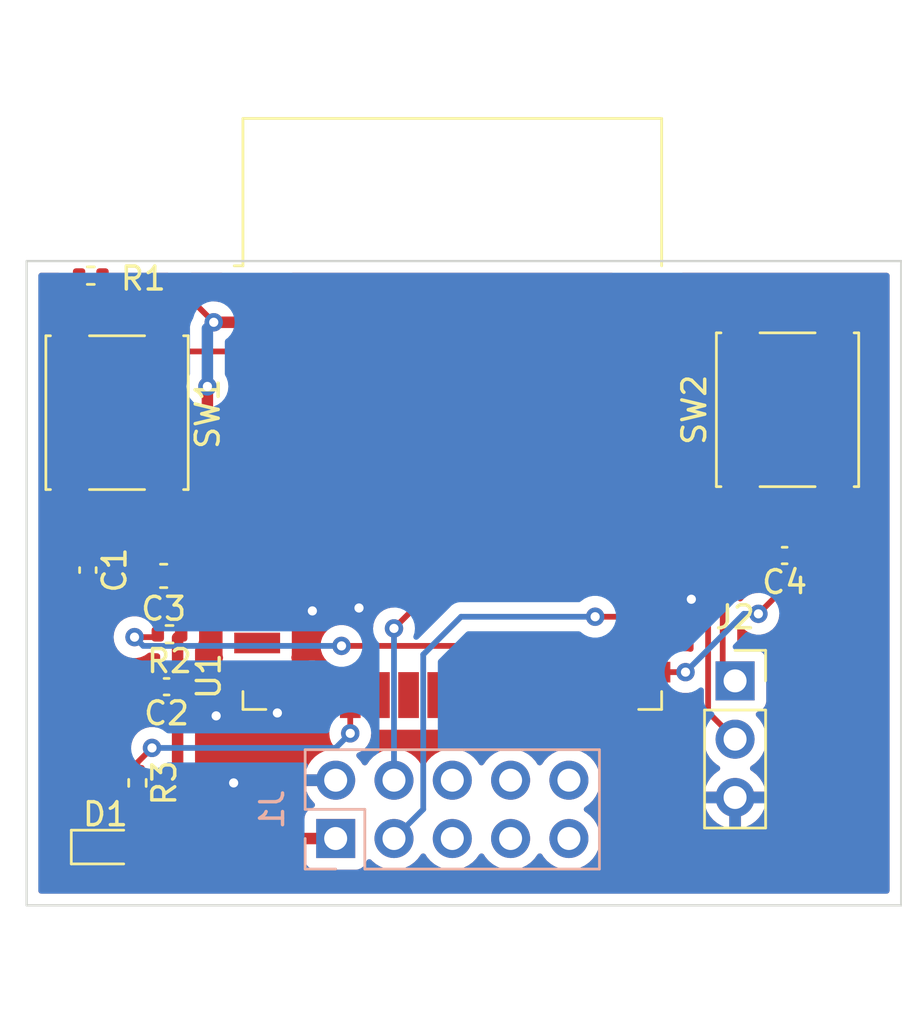
<source format=kicad_pcb>
(kicad_pcb (version 20211014) (generator pcbnew)
  (layers (0 "F.Cu" signal) (31 "B.Cu" signal) (34 "B.Paste" user) (35 "F.Paste" user) (36 "B.SilkS" user "B.Silkscreen") (37 "F.SilkS" user "F.Silkscreen") (38 "B.Mask" user) (39 "F.Mask" user) (44 "Edge.Cuts" user))
  (net 0 "")
  (net 1 "Net-(C1-Pad1)")
  (net 2 "GND")
  (net 3 "+3V3")
  (net 4 "Net-(C4-Pad1)")
  (net 5 "Net-(J1-Pad3)")
  (net 6 "Net-(J1-Pad4)")
  (net 13 "/ESP_TX")
  (net 14 "/ESP_RX")
  (net 42 "Net-(D1-Pad2)")
  (net 43 "Net-(U1-Pad16)")
  (footprint "Capacitor_SMD:C_0402_1005Metric" (layer "F.Cu") (at 126.492 118.11 180)
    (fp_text reference "C2" (at 0 -1.16) (layer "F.SilkS"))
    (fp_text value ".1u")
    (fp_line (start -0.107836 0.36) (end 0.107836 0.36) (layer "F.SilkS") (width 0.12))
    (fp_line (start -0.107836 -0.36) (end 0.107836 -0.36) (layer "F.SilkS") (width 0.12))
    (pad "1" smd roundrect (at -0.48 0 180) (size 0.56 0.62) (layers "F.Cu" "F.Paste" "F.Mask") (net 3 "+3V3"))
    (pad "2" smd roundrect (at 0.48 0 180) (size 0.56 0.62) (layers "F.Cu" "F.Paste" "F.Mask") (net 2 "GND"))
  )
  (footprint "Connector_PinSocket_2.54mm:PinSocket_1x03_P2.54mm_Vertical" (layer "F.Cu") (at 151.257 117.856)
    (fp_text reference "J2" (at 0 -2.77) (layer "F.SilkS"))
    (fp_text value "Conn_01x03_Male")
    (fp_line (start -1.33 1.27) (end 1.33 1.27) (layer "F.SilkS") (width 0.12))
    (fp_line (start -1.33 6.41) (end 1.33 6.41) (layer "F.SilkS") (width 0.12))
    (fp_line (start -1.33 1.27) (end -1.33 6.41) (layer "F.SilkS") (width 0.12))
    (fp_line (start 1.33 -1.33) (end 1.33 0) (layer "F.SilkS") (width 0.12))
    (fp_line (start 1.33 1.27) (end 1.33 6.41) (layer "F.SilkS") (width 0.12))
    (fp_line (start 0 -1.33) (end 1.33 -1.33) (layer "F.SilkS") (width 0.12))
    (pad "1" thru_hole rect (at 0 0) (size 1.7 1.7) (drill 1) (layers *.Cu *.Mask) (net 13 "/ESP_TX"))
    (pad "2" thru_hole oval (at 0 2.54) (size 1.7 1.7) (drill 1) (layers *.Cu *.Mask) (net 14 "/ESP_RX"))
    (pad "3" thru_hole oval (at 0 5.08) (size 1.7 1.7) (drill 1) (layers *.Cu *.Mask) (net 2 "GND"))
  )
  (footprint "Button_Switch_SMD:SW_SPST_EVQQ2" (layer "F.Cu") (at 124.333 106.172 -90)
    (fp_text reference "SW1" (at 0.05 -3.95 90) (layer "F.SilkS"))
    (fp_text value "RESET")
    (fp_line (start 3.35 -1.2) (end 3.35 1.2) (layer "F.SilkS") (width 0.12))
    (fp_line (start -3.35 3.1) (end 3.35 3.1) (layer "F.SilkS") (width 0.12))
    (fp_line (start 3.35 3.1) (end 3.35 2.9) (layer "F.SilkS") (width 0.12))
    (fp_line (start -3.35 -3.1) (end -3.35 -2.9) (layer "F.SilkS") (width 0.12))
    (fp_line (start -3.35 3.1) (end -3.35 2.9) (layer "F.SilkS") (width 0.12))
    (fp_line (start 3.35 -3.1) (end 3.35 -2.9) (layer "F.SilkS") (width 0.12))
    (fp_line (start 3.35 -3.1) (end -3.35 -3.1) (layer "F.SilkS") (width 0.12))
    (fp_line (start -3.35 -1.2) (end -3.35 1.2) (layer "F.SilkS") (width 0.12))
    (pad "1" smd rect (at 3.4 -2 270) (size 3.2 1) (layers "F.Cu" "F.Paste" "F.Mask") (net 1 "Net-(C1-Pad1)"))
    (pad "1" smd rect (at -3.4 -2 270) (size 3.2 1) (layers "F.Cu" "F.Paste" "F.Mask") (net 1 "Net-(C1-Pad1)"))
    (pad "2" smd rect (at -3.4 2 270) (size 3.2 1) (layers "F.Cu" "F.Paste" "F.Mask") (net 2 "GND"))
    (pad "2" smd rect (at 3.4 2 270) (size 3.2 1) (layers "F.Cu" "F.Paste" "F.Mask") (net 2 "GND"))
  )
  (footprint "Capacitor_SMD:C_0402_1005Metric" (layer "F.Cu") (at 153.416 112.395 180)
    (fp_text reference "C4" (at 0 -1.16) (layer "F.SilkS"))
    (fp_text value ".1u")
    (fp_line (start -0.107836 0.36) (end 0.107836 0.36) (layer "F.SilkS") (width 0.12))
    (fp_line (start -0.107836 -0.36) (end 0.107836 -0.36) (layer "F.SilkS") (width 0.12))
    (pad "1" smd roundrect (at -0.48 0 180) (size 0.56 0.62) (layers "F.Cu" "F.Paste" "F.Mask") (net 4 "Net-(C4-Pad1)"))
    (pad "2" smd roundrect (at 0.48 0 180) (size 0.56 0.62) (layers "F.Cu" "F.Paste" "F.Mask") (net 2 "GND"))
  )
  (footprint "Resistor_SMD:R_0402_1005Metric" (layer "F.Cu") (at 126.619 115.824 180)
    (fp_text reference "R2" (at 0 -1.17) (layer "F.SilkS"))
    (fp_text value "10k")
    (fp_line (start -0.153641 0.38) (end 0.153641 0.38) (layer "F.SilkS") (width 0.12))
    (fp_line (start -0.153641 -0.38) (end 0.153641 -0.38) (layer "F.SilkS") (width 0.12))
    (pad "1" smd roundrect (at -0.51 0 180) (size 0.54 0.64) (layers "F.Cu" "F.Paste" "F.Mask") (net 3 "+3V3"))
    (pad "2" smd roundrect (at 0.51 0 180) (size 0.54 0.64) (layers "F.Cu" "F.Paste" "F.Mask") (net 4 "Net-(C4-Pad1)"))
  )
  (footprint "LED_SMD:LED_0603_1608Metric" (layer "F.Cu") (at 123.825 125.095)
    (fp_text reference "D1" (at 0 -1.43) (layer "F.SilkS"))
    (fp_text value "LED")
    (fp_line (start -1.485 0.735) (end 0.8 0.735) (layer "F.SilkS") (width 0.12))
    (fp_line (start 0.8 -0.735) (end -1.485 -0.735) (layer "F.SilkS") (width 0.12))
    (fp_line (start -1.485 -0.735) (end -1.485 0.735) (layer "F.SilkS") (width 0.12))
    (pad "1" smd roundrect (at -0.7875 0) (size 0.875 0.95) (layers "F.Cu" "F.Paste" "F.Mask") (net 2 "GND"))
    (pad "2" smd roundrect (at 0.7875 0) (size 0.875 0.95) (layers "F.Cu" "F.Paste" "F.Mask") (net 42 "Net-(D1-Pad2)"))
  )
  (footprint "Capacitor_SMD:C_0603_1608Metric" (layer "F.Cu") (at 126.365 113.284 180)
    (fp_text reference "C3" (at 0 -1.43) (layer "F.SilkS"))
    (fp_text value "10u")
    (fp_line (start -0.14058 -0.51) (end 0.14058 -0.51) (layer "F.SilkS") (width 0.12))
    (fp_line (start -0.14058 0.51) (end 0.14058 0.51) (layer "F.SilkS") (width 0.12))
    (pad "1" smd roundrect (at -0.775 0 180) (size 0.9 0.95) (layers "F.Cu" "F.Paste" "F.Mask") (net 3 "+3V3"))
    (pad "2" smd roundrect (at 0.775 0 180) (size 0.9 0.95) (layers "F.Cu" "F.Paste" "F.Mask") (net 2 "GND"))
  )
  (footprint "Button_Switch_SMD:SW_SPST_EVQQ2" (layer "F.Cu") (at 153.543 106.045 -90)
    (fp_text reference "SW2" (at 0 4.064 90) (layer "F.SilkS"))
    (fp_text value "BOOT")
    (fp_line (start -3.35 -3.1) (end -3.35 -2.9) (layer "F.SilkS") (width 0.12))
    (fp_line (start 3.35 -3.1) (end 3.35 -2.9) (layer "F.SilkS") (width 0.12))
    (fp_line (start -3.35 3.1) (end -3.35 2.9) (layer "F.SilkS") (width 0.12))
    (fp_line (start 3.35 -3.1) (end -3.35 -3.1) (layer "F.SilkS") (width 0.12))
    (fp_line (start -3.35 -1.2) (end -3.35 1.2) (layer "F.SilkS") (width 0.12))
    (fp_line (start 3.35 3.1) (end 3.35 2.9) (layer "F.SilkS") (width 0.12))
    (fp_line (start -3.35 3.1) (end 3.35 3.1) (layer "F.SilkS") (width 0.12))
    (fp_line (start 3.35 -1.2) (end 3.35 1.2) (layer "F.SilkS") (width 0.12))
    (pad "1" smd rect (at -3.4 -2 270) (size 3.2 1) (layers "F.Cu" "F.Paste" "F.Mask") (net 4 "Net-(C4-Pad1)"))
    (pad "1" smd rect (at 3.4 -2 270) (size 3.2 1) (layers "F.Cu" "F.Paste" "F.Mask") (net 4 "Net-(C4-Pad1)"))
    (pad "2" smd rect (at -3.4 2 270) (size 3.2 1) (layers "F.Cu" "F.Paste" "F.Mask") (net 2 "GND"))
    (pad "2" smd rect (at 3.4 2 270) (size 3.2 1) (layers "F.Cu" "F.Paste" "F.Mask") (net 2 "GND"))
  )
  (footprint "RF_Module:ESP32-WROOM-32" (layer "F.Cu") (at 138.938 109.22)
    (fp_text reference "U1" (at -10.61 8.43 90) (layer "F.SilkS"))
    (fp_text value "ESP32-WROOM-32")
    (fp_line (start -9.12 -15.865) (end -9.12 -9.445) (layer "F.SilkS") (width 0.12))
    (fp_line (start -9.12 9.1) (end -9.12 9.88) (layer "F.SilkS") (width 0.12))
    (fp_line (start 9.12 -15.865) (end 9.12 -9.445) (layer "F.SilkS") (width 0.12))
    (fp_line (start -9.12 -15.865) (end 9.12 -15.865) (layer "F.SilkS") (width 0.12))
    (fp_line (start -9.12 9.88) (end -8.12 9.88) (layer "F.SilkS") (width 0.12))
    (fp_line (start 9.12 9.88) (end 8.12 9.88) (layer "F.SilkS") (width 0.12))
    (fp_line (start 9.12 9.1) (end 9.12 9.88) (layer "F.SilkS") (width 0.12))
    (fp_line (start -9.12 -9.445) (end -9.5 -9.445) (layer "F.SilkS") (width 0.12))
    (pad "1" smd rect (at -8.5 -8.255) (size 2 0.9) (layers "F.Cu" "F.Paste" "F.Mask") (net 2 "GND"))
    (pad "2" smd rect (at -8.5 -6.985) (size 2 0.9) (layers "F.Cu" "F.Paste" "F.Mask") (net 3 "+3V3"))
    (pad "3" smd rect (at -8.5 -5.715) (size 2 0.9) (layers "F.Cu" "F.Paste" "F.Mask") (net 1 "Net-(C1-Pad1)"))
    (pad "4" smd rect (at -8.5 -4.445) (size 2 0.9) (layers "F.Cu" "F.Paste" "F.Mask"))
    (pad "5" smd rect (at -8.5 -3.175) (size 2 0.9) (layers "F.Cu" "F.Paste" "F.Mask"))
    (pad "6" smd rect (at -8.5 -1.905) (size 2 0.9) (layers "F.Cu" "F.Paste" "F.Mask"))
    (pad "7" smd rect (at -8.5 -0.635) (size 2 0.9) (layers "F.Cu" "F.Paste" "F.Mask"))
    (pad "8" smd rect (at -8.5 0.635) (size 2 0.9) (layers "F.Cu" "F.Paste" "F.Mask"))
    (pad "9" smd rect (at -8.5 1.905) (size 2 0.9) (layers "F.Cu" "F.Paste" "F.Mask"))
    (pad "10" smd rect (at -8.5 3.175) (size 2 0.9) (layers "F.Cu" "F.Paste" "F.Mask"))
    (pad "11" smd rect (at -8.5 4.445) (size 2 0.9) (layers "F.Cu" "F.Paste" "F.Mask"))
    (pad "12" smd rect (at -8.5 5.715) (size 2 0.9) (layers "F.Cu" "F.Paste" "F.Mask"))
    (pad "13" smd rect (at -8.5 6.985) (size 2 0.9) (layers "F.Cu" "F.Paste" "F.Mask"))
    (pad "14" smd rect (at -8.5 8.255) (size 2 0.9) (layers "F.Cu" "F.Paste" "F.Mask"))
    (pad "15" smd rect (at -5.715 9.255 90) (size 2 0.9) (layers "F.Cu" "F.Paste" "F.Mask") (net 2 "GND"))
    (pad "16" smd rect (at -4.445 9.255 90) (size 2 0.9) (layers "F.Cu" "F.Paste" "F.Mask") (net 43 "Net-(U1-Pad16)"))
    (pad "17" smd rect (at -3.175 9.255 90) (size 2 0.9) (layers "F.Cu" "F.Paste" "F.Mask"))
    (pad "18" smd rect (at -1.905 9.255 90) (size 2 0.9) (layers "F.Cu" "F.Paste" "F.Mask"))
    (pad "19" smd rect (at -0.635 9.255 90) (size 2 0.9) (layers "F.Cu" "F.Paste" "F.Mask"))
    (pad "20" smd rect (at 0.635 9.255 90) (size 2 0.9) (layers "F.Cu" "F.Paste" "F.Mask"))
    (pad "21" smd rect (at 1.905 9.255 90) (size 2 0.9) (layers "F.Cu" "F.Paste" "F.Mask"))
    (pad "22" smd rect (at 3.175 9.255 90) (size 2 0.9) (layers "F.Cu" "F.Paste" "F.Mask"))
    (pad "23" smd rect (at 4.445 9.255 90) (size 2 0.9) (layers "F.Cu" "F.Paste" "F.Mask"))
    (pad "24" smd rect (at 5.715 9.255 90) (size 2 0.9) (layers "F.Cu" "F.Paste" "F.Mask"))
    (pad "25" smd rect (at 8.5 8.255) (size 2 0.9) (layers "F.Cu" "F.Paste" "F.Mask") (net 4 "Net-(C4-Pad1)"))
    (pad "26" smd rect (at 8.5 6.985) (size 2 0.9) (layers "F.Cu" "F.Paste" "F.Mask"))
    (pad "27" smd rect (at 8.5 5.715) (size 2 0.9) (layers "F.Cu" "F.Paste" "F.Mask") (net 5 "Net-(J1-Pad3)"))
    (pad "28" smd rect (at 8.5 4.445) (size 2 0.9) (layers "F.Cu" "F.Paste" "F.Mask") (net 6 "Net-(J1-Pad4)"))
    (pad "29" smd rect (at 8.5 3.175) (size 2 0.9) (layers "F.Cu" "F.Paste" "F.Mask"))
    (pad "30" smd rect (at 8.5 1.905) (size 2 0.9) (layers "F.Cu" "F.Paste" "F.Mask"))
    (pad "31" smd rect (at 8.5 0.635) (size 2 0.9) (layers "F.Cu" "F.Paste" "F.Mask"))
    (pad "32" smd rect (at 8.5 -0.635) (size 2 0.9) (layers "F.Cu" "F.Paste" "F.Mask"))
    (pad "33" smd rect (at 8.5 -1.905) (size 2 0.9) (layers "F.Cu" "F.Paste" "F.Mask"))
    (pad "34" smd rect (at 8.5 -3.175) (size 2 0.9) (layers "F.Cu" "F.Paste" "F.Mask") (net 14 "/ESP_RX"))
    (pad "35" smd rect (at 8.5 -4.445) (size 2 0.9) (layers "F.Cu" "F.Paste" "F.Mask") (net 13 "/ESP_TX"))
    (pad "36" smd rect (at 8.5 -5.715) (size 2 0.9) (layers "F.Cu" "F.Paste" "F.Mask"))
    (pad "37" smd rect (at 8.5 -6.985) (size 2 0.9) (layers "F.Cu" "F.Paste" "F.Mask"))
    (pad "38" smd rect (at 8.5 -8.255) (size 2 0.9) (layers "F.Cu" "F.Paste" "F.Mask") (net 2 "GND"))
    (pad "39" smd rect (at -1 -0.755) (size 5 5) (layers "F.Cu" "F.Paste" "F.Mask") (net 2 "GND"))
    (zone (net 0) (net_name "") (layers *.Cu) (connect_pads (clearance 0)) (min_thickness 0.254)
      (keepout (tracks not_allowed) (vias not_allowed) (pads not_allowed) (copperpour not_allowed) (footprints not_allowed))
      (fill (thermal_gap 0.508) (thermal_bridge_width 0.508))
      (polygon (pts (xy 124.938 99.25) (xy 152.938 99.25) (xy 152.938 88.47) (xy 124.938 88.47)))
    )
  )
  (footprint "Capacitor_SMD:C_0402_1005Metric" (layer "F.Cu") (at 123.063 113.03 -90)
    (fp_text reference "C1" (at 0 -1.16 90) (layer "F.SilkS"))
    (fp_text value ".1u")
    (fp_line (start -0.107836 -0.36) (end 0.107836 -0.36) (layer "F.SilkS") (width 0.12))
    (fp_line (start -0.107836 0.36) (end 0.107836 0.36) (layer "F.SilkS") (width 0.12))
    (pad "1" smd roundrect (at -0.48 0 270) (size 0.56 0.62) (layers "F.Cu" "F.Paste" "F.Mask") (net 1 "Net-(C1-Pad1)"))
    (pad "2" smd roundrect (at 0.48 0 270) (size 0.56 0.62) (layers "F.Cu" "F.Paste" "F.Mask") (net 2 "GND"))
  )
  (footprint "Resistor_SMD:R_0402_1005Metric" (layer "F.Cu") (at 125.222 122.301 -90)
    (fp_text reference "R3" (at 0 -1.17 90) (layer "F.SilkS"))
    (fp_text value "1k")
    (fp_line (start -0.153641 0.38) (end 0.153641 0.38) (layer "F.SilkS") (width 0.12))
    (fp_line (start -0.153641 -0.38) (end 0.153641 -0.38) (layer "F.SilkS") (width 0.12))
    (pad "1" smd roundrect (at -0.51 0 270) (size 0.54 0.64) (layers "F.Cu" "F.Paste" "F.Mask") (net 43 "Net-(U1-Pad16)"))
    (pad "2" smd roundrect (at 0.51 0 270) (size 0.54 0.64) (layers "F.Cu" "F.Paste" "F.Mask") (net 42 "Net-(D1-Pad2)"))
  )
  (footprint "Resistor_SMD:R_0402_1005Metric" (layer "F.Cu") (at 123.19 100.203 180)
    (fp_text reference "R1" (at -2.286 -0.127) (layer "F.SilkS"))
    (fp_text value "10k")
    (fp_line (start -0.153641 -0.38) (end 0.153641 -0.38) (layer "F.SilkS") (width 0.12))
    (fp_line (start -0.153641 0.38) (end 0.153641 0.38) (layer "F.SilkS") (width 0.12))
    (pad "1" smd roundrect (at -0.51 0 180) (size 0.54 0.64) (layers "F.Cu" "F.Paste" "F.Mask") (net 3 "+3V3"))
    (pad "2" smd roundrect (at 0.51 0 180) (size 0.54 0.64) (layers "F.Cu" "F.Paste" "F.Mask") (net 1 "Net-(C1-Pad1)"))
  )
  (footprint "Connector_PinSocket_2.54mm:PinSocket_2x05_P2.54mm_Vertical" (layer "B.Cu") (at 133.858 124.7235 -90)
    (fp_text reference "J1" (at -1.27 2.77 90) (layer "B.SilkS") (effects (justify mirror)))
    (fp_text value "Conn_02x05_Top_Bottom")
    (fp_line (start -3.87 -11.49) (end 1.33 -11.49) (layer "B.SilkS") (width 0.12))
    (fp_line (start 1.33 -1.27) (end 1.33 -11.49) (layer "B.SilkS") (width 0.12))
    (fp_line (start 1.33 1.33) (end 1.33 0) (layer "B.SilkS") (width 0.12))
    (fp_line (start 0 1.33) (end 1.33 1.33) (layer "B.SilkS") (width 0.12))
    (fp_line (start -3.87 1.33) (end -1.27 1.33) (layer "B.SilkS") (width 0.12))
    (fp_line (start -1.27 1.33) (end -1.27 -1.27) (layer "B.SilkS") (width 0.12))
    (fp_line (start -1.27 -1.27) (end 1.33 -1.27) (layer "B.SilkS") (width 0.12))
    (fp_line (start -3.87 1.33) (end -3.87 -11.49) (layer "B.SilkS") (width 0.12))
    (pad "1" thru_hole rect (at 0 0 270) (size 1.7 1.7) (drill 1) (layers *.Cu *.Mask) (net 3 "+3V3"))
    (pad "2" thru_hole oval (at -2.54 0 270) (size 1.7 1.7) (drill 1) (layers *.Cu *.Mask) (net 2 "GND"))
    (pad "3" thru_hole oval (at 0 -2.54 270) (size 1.7 1.7) (drill 1) (layers *.Cu *.Mask) (net 5 "Net-(J1-Pad3)"))
    (pad "4" thru_hole oval (at -2.54 -2.54 270) (size 1.7 1.7) (drill 1) (layers *.Cu *.Mask) (net 6 "Net-(J1-Pad4)"))
    (pad "5" thru_hole oval (at 0 -5.08 270) (size 1.7 1.7) (drill 1) (layers *.Cu *.Mask))
    (pad "6" thru_hole oval (at -2.54 -5.08 270) (size 1.7 1.7) (drill 1) (layers *.Cu *.Mask))
    (pad "7" thru_hole oval (at 0 -7.62 270) (size 1.7 1.7) (drill 1) (layers *.Cu *.Mask))
    (pad "8" thru_hole oval (at -2.54 -7.62 270) (size 1.7 1.7) (drill 1) (layers *.Cu *.Mask))
    (pad "9" thru_hole oval (at 0 -10.16 270) (size 1.7 1.7) (drill 1) (layers *.Cu *.Mask))
    (pad "10" thru_hole oval (at -2.54 -10.16 270) (size 1.7 1.7) (drill 1) (layers *.Cu *.Mask))
  )
  (gr_rect (start 120.396 99.568) (end 158.496 127.635) (layer "Edge.Cuts") (width 0.1) (fill none))
  (segment (start 127.066 103.505) (end 130.438 103.505) (width 0.25) (layer "F.Cu") (net 1))
  (segment (start 122.68 100.203) (end 125.249 102.772) (width 0.25) (layer "F.Cu") (net 1))
  (segment (start 126.333 109.572) (end 126.333 102.772) (width 0.25) (layer "F.Cu") (net 1))
  (segment (start 126.333 102.772) (end 127.066 103.505) (width 0.25) (layer "F.Cu") (net 1))
  (segment (start 123.355 112.55) (end 126.333 109.572) (width 0.25) (layer "F.Cu") (net 1))
  (segment (start 125.249 102.772) (end 126.333 102.772) (width 0.25) (layer "F.Cu") (net 1))
  (segment (start 123.063 112.55) (end 123.355 112.55) (width 0.25) (layer "F.Cu") (net 1))
  (via (at 129.413 122.301) (size 0.8) (drill 0.4) (layers "F.Cu" "B.Cu") (net 2))
  (via (at 134.874 114.681) (size 0.8) (drill 0.4) (layers "F.Cu" "B.Cu") (net 2))
  (via (at 128.651 119.38) (size 0.8) (drill 0.4) (layers "F.Cu" "B.Cu") (net 2))
  (via (at 131.318 119.253) (size 0.8) (drill 0.4) (layers "F.Cu" "B.Cu") (net 2))
  (via (at 132.842 114.808) (size 0.8) (drill 0.4) (layers "F.Cu" "B.Cu") (net 2))
  (via (at 149.352 114.3) (size 0.8) (drill 0.4) (layers "F.Cu" "B.Cu") (net 2))
  (segment (start 126.972 123.67) (end 126.972 118.11) (width 0.5) (layer "F.Cu") (net 3))
  (segment (start 133.858 124.7235) (end 128.0255 124.7235) (width 0.5) (layer "F.Cu") (net 3))
  (segment (start 126.972 118.11) (end 126.972 115.981) (width 0.5) (layer "F.Cu") (net 3))
  (segment (start 128.0255 124.7235) (end 126.972 123.67) (width 0.5) (layer "F.Cu") (net 3))
  (segment (start 126.514 100.203) (end 123.7 100.203) (width 0.25) (layer "F.Cu") (net 3))
  (segment (start 126.514 100.203) (end 128.546 102.235) (width 0.25) (layer "F.Cu") (net 3))
  (segment (start 126.972 115.981) (end 127.129 115.824) (width 0.5) (layer "F.Cu") (net 3))
  (segment (start 127.129 113.295) (end 127.14 113.284) (width 0.5) (layer "F.Cu") (net 3))
  (segment (start 130.438 102.235) (end 128.546 102.235) (width 0.5) (layer "F.Cu") (net 3))
  (segment (start 128.27 112.154) (end 128.27 105.029) (width 0.5) (layer "F.Cu") (net 3))
  (segment (start 127.14 113.284) (end 128.27 112.154) (width 0.5) (layer "F.Cu") (net 3))
  (segment (start 127.129 115.824) (end 127.129 113.295) (width 0.5) (layer "F.Cu") (net 3))
  (via (at 128.546 102.235) (size 0.8) (drill 0.4) (layers "F.Cu" "B.Cu") (net 3))
  (via (at 128.27 105.029) (size 0.8) (drill 0.4) (layers "F.Cu" "B.Cu") (net 3))
  (segment (start 128.27 105.029) (end 128.27 102.511) (width 0.5) (layer "B.Cu") (net 3))
  (segment (start 128.27 102.511) (end 128.546 102.235) (width 0.5) (layer "B.Cu") (net 3))
  (segment (start 125.982 115.951) (end 126.109 115.824) (width 0.25) (layer "F.Cu") (net 4))
  (segment (start 153.896 112.395) (end 153.896 113.312) (width 0.25) (layer "F.Cu") (net 4))
  (segment (start 147.438 117.475) (end 146.188 117.475) (width 0.25) (layer "F.Cu") (net 4))
  (segment (start 125.095 115.951) (end 125.982 115.951) (width 0.25) (layer "F.Cu") (net 4))
  (segment (start 153.896 112.395) (end 153.896 111.092) (width 0.25) (layer "F.Cu") (net 4))
  (segment (start 153.896 111.092) (end 155.543 109.445) (width 0.25) (layer "F.Cu") (net 4))
  (segment (start 155.543 109.445) (end 155.543 102.645) (width 0.25) (layer "F.Cu") (net 4))
  (segment (start 145.045 116.332) (end 134.112 116.332) (width 0.25) (layer "F.Cu") (net 4))
  (segment (start 149.098 117.475) (end 147.438 117.475) (width 0.25) (layer "F.Cu") (net 4))
  (segment (start 146.188 117.475) (end 145.045 116.332) (width 0.25) (layer "F.Cu") (net 4))
  (segment (start 153.896 113.312) (end 152.273 114.935) (width 0.25) (layer "F.Cu") (net 4))
  (via (at 125.095 115.951) (size 0.8) (drill 0.4) (layers "F.Cu" "B.Cu") (net 4))
  (via (at 149.098 117.475) (size 0.8) (drill 0.4) (layers "F.Cu" "B.Cu") (net 4))
  (via (at 152.273 114.935) (size 0.8) (drill 0.4) (layers "F.Cu" "B.Cu") (net 4))
  (via (at 134.112 116.332) (size 0.8) (drill 0.4) (layers "F.Cu" "B.Cu") (net 4))
  (segment (start 125.476 116.332) (end 125.095 115.951) (width 0.25) (layer "B.Cu") (net 4))
  (segment (start 151.638 114.935) (end 149.098 117.475) (width 0.25) (layer "B.Cu") (net 4))
  (segment (start 152.273 114.935) (end 151.638 114.935) (width 0.25) (layer "B.Cu") (net 4))
  (segment (start 134.112 116.332) (end 125.476 116.332) (width 0.25) (layer "B.Cu") (net 4))
  (segment (start 145.161 115.062) (end 147.311 115.062) (width 0.25) (layer "F.Cu") (net 5))
  (segment (start 147.311 115.062) (end 147.438 114.935) (width 0.25) (layer "F.Cu") (net 5))
  (via (at 145.161 115.062) (size 0.8) (drill 0.4) (layers "F.Cu" "B.Cu") (net 5))
  (segment (start 136.398 124.7235) (end 137.672278 123.449222) (width 0.25) (layer "B.Cu") (net 5))
  (segment (start 139.319 115.062) (end 145.161 115.062) (width 0.25) (layer "B.Cu") (net 5))
  (segment (start 137.672278 123.449222) (end 137.672278 116.708722) (width 0.25) (layer "B.Cu") (net 5))
  (segment (start 137.672278 116.708722) (end 139.319 115.062) (width 0.25) (layer "B.Cu") (net 5))
  (segment (start 147.438 113.665) (end 138.303 113.665) (width 0.25) (layer "F.Cu") (net 6))
  (segment (start 138.303 113.665) (end 136.398 115.57) (width 0.25) (layer "F.Cu") (net 6))
  (via (at 136.398 115.57) (size 0.8) (drill 0.4) (layers "F.Cu" "B.Cu") (net 6))
  (segment (start 136.398 115.57) (end 136.398 122.1835) (width 0.25) (layer "B.Cu") (net 6))
  (segment (start 150.718 107.284) (end 148.209 104.775) (width 0.25) (layer "F.Cu") (net 13))
  (segment (start 151.257 117.856) (end 150.718 117.317) (width 0.25) (layer "F.Cu") (net 13))
  (segment (start 150.718 117.317) (end 150.718 107.284) (width 0.25) (layer "F.Cu") (net 13))
  (segment (start 148.209 104.775) (end 147.438 104.775) (width 0.25) (layer "F.Cu") (net 13))
  (segment (start 150.082 107.537) (end 148.59 106.045) (width 0.25) (layer "F.Cu") (net 14))
  (segment (start 151.257 120.396) (end 150.082 119.221) (width 0.25) (layer "F.Cu") (net 14))
  (segment (start 150.082 119.221) (end 150.082 107.537) (width 0.25) (layer "F.Cu") (net 14))
  (segment (start 148.59 106.045) (end 147.438 106.045) (width 0.25) (layer "F.Cu") (net 14))
  (segment (start 124.6125 125.095) (end 125.222 124.4855) (width 0.25) (layer "F.Cu") (net 42))
  (segment (start 125.222 124.4855) (end 125.222 122.811) (width 0.25) (layer "F.Cu") (net 42))
  (segment (start 125.222 121.791) (end 125.222 121.412) (width 0.25) (layer "F.Cu") (net 43))
  (segment (start 134.493 120.142) (end 134.493 118.475) (width 0.25) (layer "F.Cu") (net 43))
  (segment (start 125.222 121.412) (end 125.857 120.777) (width 0.25) (layer "F.Cu") (net 43))
  (via (at 125.857 120.777) (size 0.8) (drill 0.4) (layers "F.Cu" "B.Cu") (net 43))
  (via (at 134.493 120.142) (size 0.8) (drill 0.4) (layers "F.Cu" "B.Cu") (net 43))
  (segment (start 125.857 120.777) (end 133.858 120.777) (width 0.25) (layer "B.Cu") (net 43))
  (segment (start 133.858 120.777) (end 134.493 120.142) (width 0.25) (layer "B.Cu") (net 43))
  (zone (net 2) (net_name "GND") (layers F&B.Cu) (connect_pads (clearance 0.508)) (min_thickness 0.254) (fill yes (thermal_gap 0.508) (thermal_bridge_width 0.508))
    (polygon (pts (xy 158.496 127.508) (xy 120.396 127.508) (xy 120.396 99.568) (xy 158.496 99.441)))
  )
)
</source>
